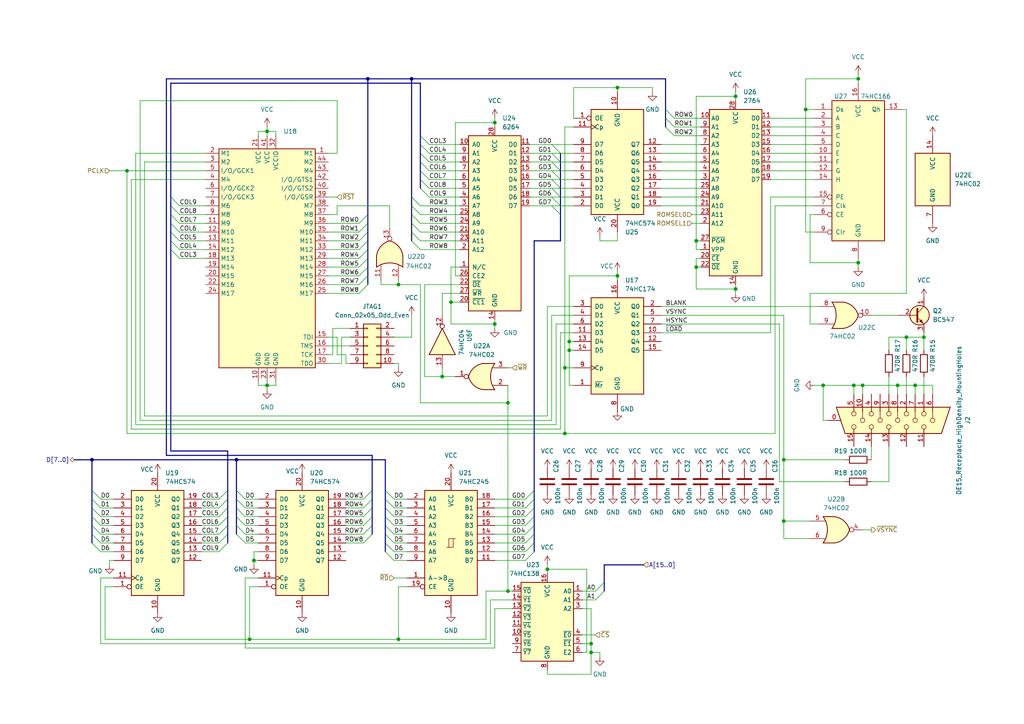
<source format=kicad_sch>
(kicad_sch (version 20231120) (generator "eeschema") (generator_version "8.0")
  (paper "A4")
  (junction (at 147.32 171.45))
  (junction (at 262.89 97.79))
  (junction (at 213.36 83.82))
  (junction (at 72.39 185.42))
  (junction (at 260.35 111.76))
  (junction (at 250.19 111.76))
  (junction (at 201.93 69.85))
  (junction (at 233.68 31.75))
  (junction (at 247.65 111.76))
  (junction (at 179.07 25.4))
  (junction (at 36.83 49.53))
  (junction (at 265.43 111.76))
  (junction (at 68.58 133.35))
  (junction (at 119.38 22.86))
  (junction (at 163.83 106.68))
  (junction (at 171.45 186.69))
  (junction (at 77.47 38.1))
  (junction (at 143.51 35.56))
  (junction (at 115.57 185.42))
  (junction (at 227.33 151.13))
  (junction (at 147.32 116.84))
  (junction (at 201.93 77.47))
  (junction (at 165.1 99.06))
  (junction (at 106.68 22.86))
  (junction (at 130.81 87.63))
  (junction (at 248.92 76.2))
  (junction (at 171.45 189.23))
  (junction (at 73.66 162.56))
  (junction (at 158.75 165.1))
  (junction (at 163.83 125.73))
  (junction (at 267.97 97.79))
  (junction (at 128.27 109.22))
  (junction (at 179.07 80.01))
  (junction (at 115.57 82.55))
  (junction (at 213.36 27.94))
  (junction (at 248.92 22.86))
  (junction (at 238.76 111.76))
  (junction (at 77.47 111.76))
  (junction (at 143.51 93.98))
  (junction (at 26.67 133.35))
  (junction (at 165.1 101.6))
  (junction (at 227.33 133.35))
  (bus_entry (at 68.58 144.78) (size 2.54 2.54))
  (bus_entry (at 121.92 44.45) (size 2.54 2.54))
  (bus_entry (at 193.04 31.75) (size 2.54 2.54))
  (bus_entry (at 121.92 39.37) (size 2.54 2.54))
  (bus_entry (at 119.38 57.15) (size 2.54 2.54))
  (bus_entry (at 49.53 57.15) (size 2.54 2.54))
  (bus_entry (at 193.04 36.83) (size 2.54 2.54))
  (bus_entry (at 162.56 49.53) (size -2.54 -2.54))
  (bus_entry (at 154.94 152.4) (size -2.54 2.54))
  (bus_entry (at 111.76 152.4) (size 2.54 2.54))
  (bus_entry (at 154.94 142.24) (size -2.54 2.54))
  (bus_entry (at 49.53 59.69) (size 2.54 2.54))
  (bus_entry (at 68.58 149.86) (size 2.54 2.54))
  (bus_entry (at 162.56 44.45) (size -2.54 -2.54))
  (bus_entry (at 154.94 157.48) (size -2.54 2.54))
  (bus_entry (at 175.26 168.91) (size -2.54 2.54))
  (bus_entry (at 119.38 64.77) (size 2.54 2.54))
  (bus_entry (at 49.53 67.31) (size 2.54 2.54))
  (bus_entry (at 106.68 80.01) (size -2.54 2.54))
  (bus_entry (at 68.58 147.32) (size 2.54 2.54))
  (bus_entry (at 154.94 149.86) (size -2.54 2.54))
  (bus_entry (at 175.26 171.45) (size -2.54 2.54))
  (bus_entry (at 107.95 152.4) (size -2.54 2.54))
  (bus_entry (at 154.94 160.02) (size -2.54 2.54))
  (bus_entry (at 26.67 144.78) (size 2.54 2.54))
  (bus_entry (at 68.58 152.4) (size 2.54 2.54))
  (bus_entry (at 106.68 74.93) (size -2.54 2.54))
  (bus_entry (at 49.53 62.23) (size 2.54 2.54))
  (bus_entry (at 121.92 49.53) (size 2.54 2.54))
  (bus_entry (at 111.76 160.02) (size 2.54 2.54))
  (bus_entry (at 121.92 41.91) (size 2.54 2.54))
  (bus_entry (at 49.53 64.77) (size 2.54 2.54))
  (bus_entry (at 119.38 69.85) (size 2.54 2.54))
  (bus_entry (at 162.56 52.07) (size -2.54 -2.54))
  (bus_entry (at 107.95 154.94) (size -2.54 2.54))
  (bus_entry (at 66.04 149.86) (size -2.54 2.54))
  (bus_entry (at 26.67 152.4) (size 2.54 2.54))
  (bus_entry (at 106.68 72.39) (size -2.54 2.54))
  (bus_entry (at 111.76 157.48) (size 2.54 2.54))
  (bus_entry (at 49.53 69.85) (size 2.54 2.54))
  (bus_entry (at 66.04 142.24) (size -2.54 2.54))
  (bus_entry (at 26.67 154.94) (size 2.54 2.54))
  (bus_entry (at 49.53 72.39) (size 2.54 2.54))
  (bus_entry (at 106.68 77.47) (size -2.54 2.54))
  (bus_entry (at 26.67 142.24) (size 2.54 2.54))
  (bus_entry (at 106.68 62.23) (size -2.54 2.54))
  (bus_entry (at 26.67 147.32) (size 2.54 2.54))
  (bus_entry (at 119.38 59.69) (size 2.54 2.54))
  (bus_entry (at 68.58 154.94) (size 2.54 2.54))
  (bus_entry (at 162.56 57.15) (size -2.54 -2.54))
  (bus_entry (at 154.94 144.78) (size -2.54 2.54))
  (bus_entry (at 193.04 34.29) (size 2.54 2.54))
  (bus_entry (at 111.76 144.78) (size 2.54 2.54))
  (bus_entry (at 66.04 144.78) (size -2.54 2.54))
  (bus_entry (at 111.76 142.24) (size 2.54 2.54))
  (bus_entry (at 107.95 144.78) (size -2.54 2.54))
  (bus_entry (at 121.92 52.07) (size 2.54 2.54))
  (bus_entry (at 26.67 157.48) (size 2.54 2.54))
  (bus_entry (at 107.95 142.24) (size -2.54 2.54))
  (bus_entry (at 111.76 154.94) (size 2.54 2.54))
  (bus_entry (at 107.95 149.86) (size -2.54 2.54))
  (bus_entry (at 162.56 59.69) (size -2.54 -2.54))
  (bus_entry (at 66.04 152.4) (size -2.54 2.54))
  (bus_entry (at 111.76 147.32) (size 2.54 2.54))
  (bus_entry (at 119.38 67.31) (size 2.54 2.54))
  (bus_entry (at 66.04 147.32) (size -2.54 2.54))
  (bus_entry (at 121.92 54.61) (size 2.54 2.54))
  (bus_entry (at 162.56 54.61) (size -2.54 -2.54))
  (bus_entry (at 111.76 149.86) (size 2.54 2.54))
  (bus_entry (at 26.67 149.86) (size 2.54 2.54))
  (bus_entry (at 162.56 46.99) (size -2.54 -2.54))
  (bus_entry (at 66.04 154.94) (size -2.54 2.54))
  (bus_entry (at 106.68 82.55) (size -2.54 2.54))
  (bus_entry (at 106.68 69.85) (size -2.54 2.54))
  (bus_entry (at 121.92 46.99) (size 2.54 2.54))
  (bus_entry (at 162.56 62.23) (size -2.54 -2.54))
  (bus_entry (at 106.68 67.31) (size -2.54 2.54))
  (bus_entry (at 68.58 142.24) (size 2.54 2.54))
  (bus_entry (at 107.95 147.32) (size -2.54 2.54))
  (bus_entry (at 106.68 64.77) (size -2.54 2.54))
  (bus_entry (at 66.04 157.48) (size -2.54 2.54))
  (bus_entry (at 154.94 147.32) (size -2.54 2.54))
  (bus_entry (at 154.94 154.94) (size -2.54 2.54))
  (bus_entry (at 119.38 62.23) (size 2.54 2.54))
  (bus (pts (xy 162.56 59.69) (xy 162.56 62.23)))
  (wire (pts (xy 203.2 72.39) (xy 201.93 72.39)))
  (wire (pts (xy 97.79 44.45) (xy 97.79 29.21)))
  (wire (pts (xy 124.46 52.07) (xy 133.35 52.07)))
  (bus (pts (xy 66.04 154.94) (xy 66.04 152.4)))
  (wire (pts (xy 100.33 105.41) (xy 101.6 105.41)))
  (wire (pts (xy 165.1 101.6) (xy 166.37 101.6)))
  (wire (pts (xy 97.79 59.69) (xy 113.03 59.69)))
  (wire (pts (xy 163.83 106.68) (xy 163.83 36.83)))
  (bus (pts (xy 107.95 142.24) (xy 107.95 144.78)))
  (bus (pts (xy 26.67 144.78) (xy 26.67 147.32)))
  (wire (pts (xy 162.56 49.53) (xy 166.37 49.53)))
  (wire (pts (xy 95.25 80.01) (xy 104.14 80.01)))
  (bus (pts (xy 193.04 34.29) (xy 193.04 36.83)))
  (bus (pts (xy 26.67 147.32) (xy 26.67 149.86)))
  (wire (pts (xy 99.06 97.79) (xy 101.6 97.79)))
  (wire (pts (xy 171.45 186.69) (xy 171.45 176.53)))
  (wire (pts (xy 74.93 111.76) (xy 77.47 111.76)))
  (wire (pts (xy 201.93 27.94) (xy 213.36 27.94)))
  (wire (pts (xy 160.02 44.45) (xy 162.56 44.45)))
  (wire (pts (xy 148.59 171.45) (xy 147.32 171.45)))
  (wire (pts (xy 267.97 101.6) (xy 267.97 97.79)))
  (wire (pts (xy 40.64 29.21) (xy 40.64 121.92)))
  (wire (pts (xy 29.21 152.4) (xy 33.02 152.4)))
  (bus (pts (xy 119.38 64.77) (xy 119.38 67.31)))
  (wire (pts (xy 39.37 123.19) (xy 161.29 123.19)))
  (bus (pts (xy 26.67 149.86) (xy 26.67 152.4)))
  (wire (pts (xy 100.33 102.87) (xy 100.33 105.41)))
  (wire (pts (xy 58.42 152.4) (xy 63.5 152.4)))
  (wire (pts (xy 132.08 109.22) (xy 128.27 109.22)))
  (bus (pts (xy 106.68 22.86) (xy 48.26 22.86)))
  (bus (pts (xy 49.53 130.81) (xy 49.53 72.39)))
  (wire (pts (xy 158.75 194.31) (xy 158.75 195.58)))
  (wire (pts (xy 203.2 69.85) (xy 201.93 69.85)))
  (wire (pts (xy 97.79 62.23) (xy 97.79 59.69)))
  (wire (pts (xy 233.68 22.86) (xy 233.68 31.75)))
  (bus (pts (xy 119.38 57.15) (xy 119.38 59.69)))
  (bus (pts (xy 49.53 57.15) (xy 49.53 59.69)))
  (wire (pts (xy 71.12 157.48) (xy 74.93 157.48)))
  (wire (pts (xy 158.75 163.83) (xy 158.75 165.1)))
  (wire (pts (xy 270.51 114.3) (xy 270.51 111.76)))
  (wire (pts (xy 115.57 82.55) (xy 115.57 81.28)))
  (wire (pts (xy 200.66 62.23) (xy 203.2 62.23)))
  (wire (pts (xy 36.83 125.73) (xy 163.83 125.73)))
  (wire (pts (xy 121.92 72.39) (xy 133.35 72.39)))
  (bus (pts (xy 66.04 144.78) (xy 66.04 142.24)))
  (wire (pts (xy 195.58 39.37) (xy 203.2 39.37)))
  (wire (pts (xy 267.97 96.52) (xy 267.97 97.79)))
  (wire (pts (xy 172.72 184.15) (xy 168.91 184.15)))
  (wire (pts (xy 95.25 67.31) (xy 104.14 67.31)))
  (bus (pts (xy 162.56 49.53) (xy 162.56 52.07)))
  (wire (pts (xy 99.06 105.41) (xy 99.06 97.79)))
  (wire (pts (xy 248.92 76.2) (xy 234.95 76.2)))
  (wire (pts (xy 132.08 35.56) (xy 132.08 80.01)))
  (wire (pts (xy 223.52 52.07) (xy 236.22 52.07)))
  (wire (pts (xy 236.22 67.31) (xy 233.68 67.31)))
  (wire (pts (xy 160.02 49.53) (xy 162.56 49.53)))
  (bus (pts (xy 121.92 39.37) (xy 121.92 41.91)))
  (wire (pts (xy 162.56 54.61) (xy 166.37 54.61)))
  (bus (pts (xy 119.38 59.69) (xy 119.38 62.23)))
  (wire (pts (xy 73.66 162.56) (xy 74.93 162.56)))
  (wire (pts (xy 143.51 144.78) (xy 152.4 144.78)))
  (bus (pts (xy 66.04 147.32) (xy 66.04 144.78)))
  (wire (pts (xy 234.95 85.09) (xy 234.95 93.98)))
  (wire (pts (xy 71.12 147.32) (xy 74.93 147.32)))
  (bus (pts (xy 106.68 22.86) (xy 106.68 62.23)))
  (bus (pts (xy 68.58 133.35) (xy 68.58 142.24)))
  (wire (pts (xy 124.46 49.53) (xy 133.35 49.53)))
  (wire (pts (xy 168.91 173.99) (xy 172.72 173.99)))
  (wire (pts (xy 195.58 34.29) (xy 203.2 34.29)))
  (bus (pts (xy 162.56 46.99) (xy 162.56 49.53)))
  (wire (pts (xy 72.39 170.18) (xy 72.39 185.42)))
  (bus (pts (xy 26.67 142.24) (xy 26.67 144.78)))
  (wire (pts (xy 173.99 189.23) (xy 173.99 190.5)))
  (wire (pts (xy 29.21 144.78) (xy 33.02 144.78)))
  (wire (pts (xy 95.25 82.55) (xy 104.14 82.55)))
  (bus (pts (xy 175.26 163.83) (xy 186.69 163.83)))
  (wire (pts (xy 132.08 35.56) (xy 143.51 35.56)))
  (wire (pts (xy 248.92 76.2) (xy 248.92 74.93)))
  (wire (pts (xy 143.51 154.94) (xy 152.4 154.94)))
  (wire (pts (xy 168.91 171.45) (xy 172.72 171.45)))
  (wire (pts (xy 153.67 41.91) (xy 160.02 41.91)))
  (bus (pts (xy 119.38 62.23) (xy 119.38 64.77)))
  (bus (pts (xy 175.26 171.45) (xy 175.26 168.91)))
  (wire (pts (xy 114.3 147.32) (xy 118.11 147.32)))
  (bus (pts (xy 66.04 157.48) (xy 66.04 154.94)))
  (wire (pts (xy 171.45 176.53) (xy 168.91 176.53)))
  (wire (pts (xy 123.19 109.22) (xy 123.19 82.55)))
  (wire (pts (xy 52.07 64.77) (xy 59.69 64.77)))
  (bus (pts (xy 68.58 133.35) (xy 111.76 133.35)))
  (wire (pts (xy 213.36 26.67) (xy 213.36 27.94)))
  (wire (pts (xy 162.56 44.45) (xy 166.37 44.45)))
  (wire (pts (xy 100.33 147.32) (xy 105.41 147.32)))
  (wire (pts (xy 29.21 167.64) (xy 33.02 167.64)))
  (bus (pts (xy 162.56 52.07) (xy 162.56 54.61)))
  (wire (pts (xy 153.67 57.15) (xy 160.02 57.15)))
  (wire (pts (xy 257.81 97.79) (xy 262.89 97.79)))
  (wire (pts (xy 262.89 97.79) (xy 262.89 101.6)))
  (bus (pts (xy 121.92 52.07) (xy 121.92 54.61)))
  (wire (pts (xy 52.07 72.39) (xy 59.69 72.39)))
  (wire (pts (xy 147.32 116.84) (xy 147.32 111.76)))
  (wire (pts (xy 74.93 170.18) (xy 72.39 170.18)))
  (wire (pts (xy 179.07 78.74) (xy 179.07 80.01)))
  (wire (pts (xy 248.92 22.86) (xy 248.92 24.13)))
  (wire (pts (xy 227.33 151.13) (xy 227.33 156.21)))
  (wire (pts (xy 115.57 82.55) (xy 121.92 82.55)))
  (wire (pts (xy 30.48 170.18) (xy 30.48 185.42)))
  (wire (pts (xy 33.02 170.18) (xy 30.48 170.18)))
  (wire (pts (xy 142.24 173.99) (xy 142.24 186.69)))
  (wire (pts (xy 58.42 154.94) (xy 63.5 154.94)))
  (bus (pts (xy 106.68 62.23) (xy 106.68 64.77)))
  (wire (pts (xy 147.32 171.45) (xy 147.32 116.84)))
  (wire (pts (xy 58.42 147.32) (xy 63.5 147.32)))
  (wire (pts (xy 170.18 189.23) (xy 168.91 189.23)))
  (wire (pts (xy 262.89 31.75) (xy 261.62 31.75)))
  (wire (pts (xy 38.1 52.07) (xy 38.1 124.46)))
  (wire (pts (xy 270.51 111.76) (xy 265.43 111.76)))
  (wire (pts (xy 233.68 31.75) (xy 233.68 67.31)))
  (wire (pts (xy 195.58 36.83) (xy 203.2 36.83)))
  (wire (pts (xy 143.51 152.4) (xy 152.4 152.4)))
  (wire (pts (xy 128.27 91.44) (xy 128.27 85.09)))
  (wire (pts (xy 97.79 102.87) (xy 100.33 102.87)))
  (wire (pts (xy 73.66 160.02) (xy 73.66 162.56)))
  (bus (pts (xy 107.95 132.08) (xy 107.95 142.24)))
  (wire (pts (xy 179.07 25.4) (xy 189.23 25.4)))
  (wire (pts (xy 171.45 189.23) (xy 171.45 186.69)))
  (wire (pts (xy 213.36 83.82) (xy 201.93 83.82)))
  (wire (pts (xy 252.73 91.44) (xy 260.35 91.44)))
  (wire (pts (xy 191.77 59.69) (xy 203.2 59.69)))
  (bus (pts (xy 49.53 62.23) (xy 49.53 64.77)))
  (wire (pts (xy 267.97 109.22) (xy 267.97 114.3)))
  (wire (pts (xy 52.07 59.69) (xy 59.69 59.69)))
  (bus (pts (xy 48.26 22.86) (xy 48.26 132.08)))
  (bus (pts (xy 121.92 46.99) (xy 121.92 49.53)))
  (wire (pts (xy 233.68 31.75) (xy 236.22 31.75)))
  (wire (pts (xy 153.67 44.45) (xy 160.02 44.45)))
  (wire (pts (xy 40.64 121.92) (xy 160.02 121.92)))
  (bus (pts (xy 121.92 24.13) (xy 49.53 24.13)))
  (wire (pts (xy 36.83 49.53) (xy 36.83 125.73)))
  (wire (pts (xy 166.37 25.4) (xy 179.07 25.4)))
  (bus (pts (xy 106.68 80.01) (xy 106.68 82.55)))
  (wire (pts (xy 163.83 36.83) (xy 166.37 36.83)))
  (wire (pts (xy 74.93 38.1) (xy 77.47 38.1)))
  (wire (pts (xy 147.32 106.68) (xy 148.59 106.68)))
  (wire (pts (xy 97.79 57.15) (xy 95.25 57.15)))
  (wire (pts (xy 162.56 46.99) (xy 166.37 46.99)))
  (bus (pts (xy 107.95 144.78) (xy 107.95 147.32)))
  (wire (pts (xy 160.02 91.44) (xy 166.37 91.44)))
  (bus (pts (xy 111.76 157.48) (xy 111.76 160.02)))
  (wire (pts (xy 95.25 100.33) (xy 101.6 100.33)))
  (wire (pts (xy 114.3 167.64) (xy 118.11 167.64)))
  (wire (pts (xy 71.12 149.86) (xy 74.93 149.86)))
  (bus (pts (xy 154.94 154.94) (xy 154.94 157.48)))
  (bus (pts (xy 26.67 154.94) (xy 26.67 157.48)))
  (bus (pts (xy 175.26 168.91) (xy 175.26 163.83)))
  (bus (pts (xy 111.76 147.32) (xy 111.76 149.86)))
  (wire (pts (xy 234.95 93.98) (xy 237.49 93.98)))
  (wire (pts (xy 74.93 160.02) (xy 73.66 160.02)))
  (wire (pts (xy 257.81 109.22) (xy 257.81 114.3)))
  (bus (pts (xy 111.76 144.78) (xy 111.76 147.32)))
  (wire (pts (xy 143.51 149.86) (xy 152.4 149.86)))
  (wire (pts (xy 52.07 74.93) (xy 59.69 74.93)))
  (bus (pts (xy 106.68 77.47) (xy 106.68 80.01)))
  (wire (pts (xy 100.33 152.4) (xy 105.41 152.4)))
  (wire (pts (xy 153.67 52.07) (xy 160.02 52.07)))
  (wire (pts (xy 245.11 139.7) (xy 226.06 139.7)))
  (wire (pts (xy 121.92 59.69) (xy 133.35 59.69)))
  (bus (pts (xy 66.04 149.86) (xy 66.04 147.32)))
  (wire (pts (xy 250.19 114.3) (xy 250.19 111.76)))
  (wire (pts (xy 191.77 49.53) (xy 203.2 49.53)))
  (wire (pts (xy 100.33 144.78) (xy 105.41 144.78)))
  (wire (pts (xy 223.52 34.29) (xy 236.22 34.29)))
  (bus (pts (xy 107.95 147.32) (xy 107.95 149.86)))
  (bus (pts (xy 21.59 133.35) (xy 26.67 133.35)))
  (bus (pts (xy 119.38 67.31) (xy 119.38 69.85)))
  (wire (pts (xy 95.25 85.09) (xy 104.14 85.09)))
  (wire (pts (xy 163.83 106.68) (xy 166.37 106.68)))
  (wire (pts (xy 203.2 74.93) (xy 201.93 74.93)))
  (wire (pts (xy 119.38 97.79) (xy 119.38 91.44)))
  (wire (pts (xy 110.49 81.28) (xy 110.49 82.55)))
  (wire (pts (xy 224.79 59.69) (xy 236.22 59.69)))
  (bus (pts (xy 119.38 22.86) (xy 119.38 57.15)))
  (wire (pts (xy 95.25 69.85) (xy 104.14 69.85)))
  (wire (pts (xy 191.77 41.91) (xy 203.2 41.91)))
  (wire (pts (xy 162.56 124.46) (xy 162.56 96.52)))
  (wire (pts (xy 124.46 41.91) (xy 133.35 41.91)))
  (wire (pts (xy 179.07 80.01) (xy 179.07 81.28)))
  (wire (pts (xy 121.92 64.77) (xy 133.35 64.77)))
  (wire (pts (xy 163.83 125.73) (xy 224.79 125.73)))
  (bus (pts (xy 193.04 22.86) (xy 193.04 31.75)))
  (wire (pts (xy 165.1 99.06) (xy 166.37 99.06)))
  (wire (pts (xy 96.52 95.25) (xy 101.6 95.25)))
  (bus (pts (xy 154.94 157.48) (xy 154.94 160.02)))
  (wire (pts (xy 191.77 46.99) (xy 203.2 46.99)))
  (wire (pts (xy 153.67 54.61) (xy 160.02 54.61)))
  (bus (pts (xy 66.04 152.4) (xy 66.04 149.86)))
  (wire (pts (xy 123.19 82.55) (xy 133.35 82.55)))
  (wire (pts (xy 250.19 111.76) (xy 247.65 111.76)))
  (wire (pts (xy 238.76 111.76) (xy 238.76 121.92)))
  (wire (pts (xy 179.07 80.01) (xy 165.1 80.01)))
  (wire (pts (xy 163.83 106.68) (xy 163.83 125.73)))
  (wire (pts (xy 115.57 185.42) (xy 115.57 170.18)))
  (wire (pts (xy 71.12 167.64) (xy 74.93 167.64)))
  (bus (pts (xy 106.68 69.85) (xy 106.68 72.39)))
  (bus (pts (xy 111.76 149.86) (xy 111.76 152.4)))
  (wire (pts (xy 262.89 31.75) (xy 262.89 85.09)))
  (bus (pts (xy 154.94 147.32) (xy 154.94 149.86)))
  (wire (pts (xy 29.21 186.69) (xy 29.21 167.64)))
  (wire (pts (xy 124.46 54.61) (xy 133.35 54.61)))
  (wire (pts (xy 143.51 187.96) (xy 71.12 187.96)))
  (bus (pts (xy 162.56 44.45) (xy 162.56 46.99)))
  (wire (pts (xy 160.02 121.92) (xy 160.02 91.44)))
  (wire (pts (xy 148.59 173.99) (xy 142.24 173.99)))
  (wire (pts (xy 128.27 109.22) (xy 128.27 106.68)))
  (wire (pts (xy 223.52 44.45) (xy 236.22 44.45)))
  (wire (pts (xy 191.77 44.45) (xy 203.2 44.45)))
  (wire (pts (xy 227.33 91.44) (xy 227.33 133.35)))
  (wire (pts (xy 143.51 95.25) (xy 143.51 93.98)))
  (wire (pts (xy 38.1 124.46) (xy 162.56 124.46)))
  (wire (pts (xy 71.12 187.96) (xy 71.12 167.64)))
  (wire (pts (xy 29.21 160.02) (xy 33.02 160.02)))
  (wire (pts (xy 95.25 64.77) (xy 104.14 64.77)))
  (wire (pts (xy 143.51 162.56) (xy 152.4 162.56)))
  (wire (pts (xy 124.46 46.99) (xy 133.35 46.99)))
  (wire (pts (xy 59.69 46.99) (xy 41.91 46.99)))
  (bus (pts (xy 154.94 142.24) (xy 154.94 144.78)))
  (wire (pts (xy 201.93 77.47) (xy 203.2 77.47)))
  (bus (pts (xy 68.58 142.24) (xy 68.58 144.78)))
  (wire (pts (xy 158.75 120.65) (xy 158.75 88.9)))
  (wire (pts (xy 95.25 74.93) (xy 104.14 74.93)))
  (wire (pts (xy 95.25 102.87) (xy 96.52 102.87)))
  (wire (pts (xy 160.02 52.07) (xy 162.56 52.07)))
  (wire (pts (xy 130.81 93.98) (xy 130.81 87.63)))
  (wire (pts (xy 166.37 34.29) (xy 166.37 25.4)))
  (wire (pts (xy 143.51 160.02) (xy 152.4 160.02)))
  (wire (pts (xy 223.52 36.83) (xy 236.22 36.83)))
  (wire (pts (xy 77.47 38.1) (xy 77.47 36.83)))
  (wire (pts (xy 72.39 185.42) (xy 115.57 185.42)))
  (wire (pts (xy 179.07 25.4) (xy 179.07 26.67)))
  (wire (pts (xy 128.27 85.09) (xy 133.35 85.09)))
  (wire (pts (xy 114.3 97.79) (xy 119.38 97.79)))
  (bus (pts (xy 68.58 149.86) (xy 68.58 152.4)))
  (wire (pts (xy 71.12 144.78) (xy 74.93 144.78)))
  (wire (pts (xy 31.75 163.83) (xy 31.75 162.56)))
  (wire (pts (xy 31.75 162.56) (xy 33.02 162.56)))
  (bus (pts (xy 49.53 24.13) (xy 49.53 57.15)))
  (wire (pts (xy 121.92 62.23) (xy 133.35 62.23)))
  (wire (pts (xy 143.51 93.98) (xy 143.51 92.71)))
  (wire (pts (xy 191.77 88.9) (xy 237.49 88.9)))
  (wire (pts (xy 248.92 22.86) (xy 233.68 22.86)))
  (wire (pts (xy 113.03 59.69) (xy 113.03 66.04)))
  (wire (pts (xy 114.3 149.86) (xy 118.11 149.86)))
  (bus (pts (xy 121.92 41.91) (xy 121.92 44.45)))
  (wire (pts (xy 165.1 101.6) (xy 165.1 111.76)))
  (wire (pts (xy 201.93 74.93) (xy 201.93 77.47)))
  (wire (pts (xy 140.97 171.45) (xy 140.97 185.42)))
  (bus (pts (xy 26.67 152.4) (xy 26.67 154.94)))
  (bus (pts (xy 111.76 152.4) (xy 111.76 154.94)))
  (bus (pts (xy 111.76 133.35) (xy 111.76 142.24)))
  (wire (pts (xy 41.91 120.65) (xy 158.75 120.65)))
  (bus (pts (xy 26.67 133.35) (xy 68.58 133.35)))
  (wire (pts (xy 257.81 101.6) (xy 257.81 97.79)))
  (bus (pts (xy 154.94 144.78) (xy 154.94 147.32)))
  (wire (pts (xy 52.07 67.31) (xy 59.69 67.31)))
  (wire (pts (xy 213.36 27.94) (xy 213.36 29.21)))
  (wire (pts (xy 115.57 170.18) (xy 118.11 170.18)))
  (wire (pts (xy 114.3 154.94) (xy 118.11 154.94)))
  (wire (pts (xy 121.92 67.31) (xy 133.35 67.31)))
  (bus (pts (xy 68.58 147.32) (xy 68.58 149.86)))
  (wire (pts (xy 189.23 25.4) (xy 189.23 26.67)))
  (bus (pts (xy 68.58 152.4) (xy 68.58 154.94)))
  (wire (pts (xy 29.21 157.48) (xy 33.02 157.48)))
  (wire (pts (xy 158.75 165.1) (xy 158.75 166.37)))
  (wire (pts (xy 59.69 44.45) (xy 39.37 44.45)))
  (bus (pts (xy 119.38 22.86) (xy 106.68 22.86)))
  (wire (pts (xy 73.66 163.83) (xy 73.66 162.56)))
  (wire (pts (xy 124.46 57.15) (xy 133.35 57.15)))
  (wire (pts (xy 121.92 116.84) (xy 147.32 116.84)))
  (wire (pts (xy 52.07 69.85) (xy 59.69 69.85)))
  (wire (pts (xy 59.69 52.07) (xy 38.1 52.07)))
  (wire (pts (xy 227.33 133.35) (xy 245.11 133.35)))
  (wire (pts (xy 71.12 154.94) (xy 74.93 154.94)))
  (wire (pts (xy 29.21 149.86) (xy 33.02 149.86)))
  (wire (pts (xy 158.75 195.58) (xy 171.45 195.58)))
  (wire (pts (xy 115.57 105.41) (xy 115.57 106.68)))
  (wire (pts (xy 58.42 160.02) (xy 63.5 160.02)))
  (wire (pts (xy 95.25 72.39) (xy 104.14 72.39)))
  (wire (pts (xy 130.81 77.47) (xy 130.81 87.63)))
  (wire (pts (xy 143.51 35.56) (xy 143.51 36.83)))
  (wire (pts (xy 227.33 151.13) (xy 234.95 151.13)))
  (wire (pts (xy 114.3 152.4) (xy 118.11 152.4)))
  (bus (pts (xy 26.67 133.35) (xy 26.67 142.24)))
  (wire (pts (xy 234.95 62.23) (xy 234.95 76.2)))
  (bus (pts (xy 107.95 152.4) (xy 107.95 154.94)))
  (wire (pts (xy 143.51 34.29) (xy 143.51 35.56)))
  (wire (pts (xy 191.77 96.52) (xy 223.52 96.52)))
  (bus (pts (xy 66.04 130.81) (xy 49.53 130.81)))
  (wire (pts (xy 265.43 111.76) (xy 265.43 114.3)))
  (wire (pts (xy 95.25 97.79) (xy 97.79 97.79)))
  (wire (pts (xy 148.59 176.53) (xy 143.51 176.53)))
  (wire (pts (xy 160.02 54.61) (xy 162.56 54.61)))
  (wire (pts (xy 179.07 69.85) (xy 179.07 67.31)))
  (bus (pts (xy 49.53 67.31) (xy 49.53 69.85)))
  (wire (pts (xy 74.93 39.37) (xy 74.93 38.1)))
  (wire (pts (xy 41.91 46.99) (xy 41.91 120.65)))
  (wire (pts (xy 29.21 154.94) (xy 33.02 154.94)))
  (bus (pts (xy 49.53 64.77) (xy 49.53 67.31)))
  (bus (pts (xy 154.94 69.85) (xy 162.56 69.85)))
  (wire (pts (xy 201.93 83.82) (xy 201.93 77.47)))
  (wire (pts (xy 158.75 165.1) (xy 170.18 165.1)))
  (bus (pts (xy 121.92 49.53) (xy 121.92 52.07)))
  (wire (pts (xy 238.76 111.76) (xy 236.22 111.76)))
  (wire (pts (xy 133.35 80.01) (xy 132.08 80.01)))
  (wire (pts (xy 223.52 96.52) (xy 223.52 57.15)))
  (wire (pts (xy 95.25 77.47) (xy 104.14 77.47)))
  (wire (pts (xy 140.97 185.42) (xy 115.57 185.42)))
  (wire (pts (xy 223.52 49.53) (xy 236.22 49.53)))
  (bus (pts (xy 48.26 132.08) (xy 107.95 132.08)))
  (wire (pts (xy 170.18 165.1) (xy 170.18 189.23)))
  (wire (pts (xy 171.45 189.23) (xy 173.99 189.23)))
  (wire (pts (xy 128.27 109.22) (xy 123.19 109.22)))
  (wire (pts (xy 160.02 57.15) (xy 162.56 57.15)))
  (wire (pts (xy 58.42 144.78) (xy 63.5 144.78)))
  (wire (pts (xy 223.52 57.15) (xy 236.22 57.15)))
  (wire (pts (xy 252.73 129.54) (xy 252.73 133.35)))
  (wire (pts (xy 162.56 57.15) (xy 166.37 57.15)))
  (wire (pts (xy 252.73 139.7) (xy 257.81 139.7)))
  (wire (pts (xy 160.02 46.99) (xy 162.56 46.99)))
  (wire (pts (xy 143.51 157.48) (xy 152.4 157.48)))
  (wire (pts (xy 36.83 49.53) (xy 59.69 49.53)))
  (wire (pts (xy 143.51 147.32) (xy 152.4 147.32)))
  (wire (pts (xy 165.1 80.01) (xy 165.1 99.06)))
  (wire (pts (xy 162.56 59.69) (xy 166.37 59.69)))
  (wire (pts (xy 153.67 46.99) (xy 160.02 46.99)))
  (wire (pts (xy 226.06 139.7) (xy 226.06 93.98)))
  (wire (pts (xy 247.65 111.76) (xy 238.76 111.76)))
  (bus (pts (xy 121.92 44.45) (xy 121.92 46.99)))
  (wire (pts (xy 58.42 149.86) (xy 63.5 149.86)))
  (wire (pts (xy 124.46 44.45) (xy 133.35 44.45)))
  (wire (pts (xy 80.01 111.76) (xy 77.47 111.76)))
  (wire (pts (xy 260.35 111.76) (xy 260.35 114.3)))
  (wire (pts (xy 142.24 186.69) (xy 29.21 186.69)))
  (wire (pts (xy 201.93 72.39) (xy 201.93 69.85)))
  (wire (pts (xy 77.47 111.76) (xy 77.47 113.03)))
  (bus (pts (xy 49.53 69.85) (xy 49.53 72.39)))
  (wire (pts (xy 100.33 157.48) (xy 105.41 157.48)))
  (bus (pts (xy 154.94 149.86) (xy 154.94 152.4)))
  (bus (pts (xy 106.68 64.77) (xy 106.68 67.31)))
  (wire (pts (xy 114.3 144.78) (xy 118.11 144.78)))
  (wire (pts (xy 114.3 105.41) (xy 115.57 105.41)))
  (wire (pts (xy 267.97 97.79) (xy 262.89 97.79)))
  (wire (pts (xy 97.79 29.21) (xy 40.64 29.21)))
  (wire (pts (xy 162.56 96.52) (xy 166.37 96.52)))
  (wire (pts (xy 71.12 152.4) (xy 74.93 152.4)))
  (wire (pts (xy 30.48 185.42) (xy 72.39 185.42)))
  (wire (pts (xy 153.67 49.53) (xy 160.02 49.53)))
  (wire (pts (xy 162.56 52.07) (xy 166.37 52.07)))
  (wire (pts (xy 223.52 46.99) (xy 236.22 46.99)))
  (bus (pts (xy 162.56 54.61) (xy 162.56 57.15)))
  (wire (pts (xy 110.49 82.55) (xy 115.57 82.55)))
  (wire (pts (xy 213.36 82.55) (xy 213.36 83.82)))
  (wire (pts (xy 213.36 83.82) (xy 213.36 85.09)))
  (wire (pts (xy 52.07 62.23) (xy 59.69 62.23)))
  (wire (pts (xy 74.93 110.49) (xy 74.93 111.76)))
  (wire (pts (xy 140.97 171.45) (xy 147.32 171.45)))
  (wire (pts (xy 223.52 39.37) (xy 236.22 39.37)))
  (bus (pts (xy 154.94 152.4) (xy 154.94 154.94)))
  (wire (pts (xy 77.47 110.49) (xy 77.47 111.76)))
  (wire (pts (xy 158.75 88.9) (xy 166.37 88.9)))
  (wire (pts (xy 80.01 110.49) (xy 80.01 111.76)))
  (bus (pts (xy 111.76 154.94) (xy 111.76 157.48)))
  (wire (pts (xy 252.73 153.67) (xy 250.19 153.67)))
  (wire (pts (xy 161.29 123.19) (xy 161.29 93.98)))
  (bus (pts (xy 106.68 74.93) (xy 106.68 77.47)))
  (wire (pts (xy 121.92 116.84) (xy 121.92 82.55)))
  (wire (pts (xy 143.51 176.53) (xy 143.51 187.96)))
  (wire (pts (xy 226.06 93.98) (xy 191.77 93.98)))
  (wire (pts (xy 95.25 105.41) (xy 99.06 105.41)))
  (wire (pts (xy 80.01 38.1) (xy 77.47 38.1)))
  (bus (pts (xy 119.38 22.86) (xy 193.04 22.86)))
  (bus (pts (xy 49.53 59.69) (xy 49.53 62.23)))
  (bus (pts (xy 68.58 144.78) (xy 68.58 147.32)))
  (wire (pts (xy 171.45 186.69) (xy 168.91 186.69)))
  (wire (pts (xy 262.89 85.09) (xy 234.95 85.09)))
  (wire (pts (xy 173.99 69.85) (xy 179.07 69.85)))
  (wire (pts (xy 173.99 68.58) (xy 173.99 69.85)))
  (wire (pts (xy 223.52 41.91) (xy 236.22 41.91)))
  (wire (pts (xy 224.79 125.73) (xy 224.79 59.69)))
  (wire (pts (xy 191.77 54.61) (xy 203.2 54.61)))
  (wire (pts (xy 160.02 59.69) (xy 162.56 59.69)))
  (wire (pts (xy 29.21 147.32) (xy 33.02 147.32)))
  (wire (pts (xy 240.03 121.92) (xy 238.76 121.92)))
  (wire (pts (xy 265.43 111.76) (xy 260.35 111.76)))
  (wire (pts (xy 39.37 44.45) (xy 39.37 123.19)))
  (wire (pts (xy 143.51 93.98) (xy 130.81 93.98)))
  (wire (pts (xy 248.92 21.59) (xy 248.92 22.86)))
  (wire (pts (xy 165.1 99.06) (xy 165.1 101.6)))
  (wire (pts (xy 248.92 77.47) (xy 248.92 76.2)))
  (wire (pts (xy 171.45 195.58) (xy 171.45 189.23)))
  (wire (pts (xy 80.01 39.37) (xy 80.01 38.1)))
  (wire (pts (xy 160.02 41.91) (xy 166.37 41.91)))
  (bus (pts (xy 107.95 149.86) (xy 107.95 152.4)))
  (bus (pts (xy 121.92 24.13) (xy 121.92 39.37)))
  (wire (pts (xy 247.65 114.3) (xy 247.65 111.76)))
  (wire (pts (xy 133.35 77.47) (xy 130.81 77.47)))
  (wire (pts (xy 257.81 129.54) (xy 257.81 139.7)))
  (wire (pts (xy 77.47 38.1) (xy 77.47 39.37)))
  (wire (pts (xy 191.77 91.44) (xy 227.33 91.44)))
  (wire (pts (xy 227.33 156.21) (xy 234.95 156.21)))
  (wire (pts (xy 201.93 69.85) (xy 201.93 27.94)))
  (wire (pts (xy 114.3 160.02) (xy 118.11 160.02)))
  (wire (pts (xy 100.33 149.86) (xy 105.41 149.86)))
  (wire (pts (xy 234.95 62.23) (xy 236.22 62.23)))
  (wire (pts (xy 200.66 64.77) (xy 203.2 64.77)))
  (bus (pts (xy 162.56 62.23) (xy 162.56 69.85)))
  (wire (pts (xy 100.33 154.94) (xy 105.41 154.94)))
  (wire (pts (xy 95.25 62.23) (xy 97.79 62.23)))
  (wire (pts (xy 95.25 44.45) (xy 97.79 44.45)))
  (wire (pts (xy 130.81 87.63) (xy 133.35 87.63)))
  (wire (pts (xy 227.33 133.35) (xy 227.33 151.13)))
  (wire (pts (xy 262.89 109.22) (xy 262.89 114.3)))
  (wire (pts (xy 191.77 57.15) (xy 203.2 57.15)))
  (wire (pts (xy 31.75 49.53) (xy 36.83 49.53)))
  (wire (pts (xy 165.1 111.76) (xy 166.37 111.76)))
  (bus (pts (xy 193.04 31.75) (xy 193.04 34.29)))
  (wire (pts (xy 97.79 97.79) (xy 97.79 102.87)))
  (bus (pts (xy 162.56 57.15) (xy 162.56 59.69)))
  (bus (pts (xy 66.04 142.24) (xy 66.04 130.81)))
  (wire (pts (xy 121.92 69.85) (xy 133.35 69.85)))
  (wire (pts (xy 153.67 59.69) (xy 160.02 59.69)))
  (wire (pts (xy 96.52 102.87) (xy 96.52 95.25)))
  (wire (pts (xy 161.29 93.98) (xy 166.37 93.98)))
  (wire (pts (xy 114.3 162.56) (xy 118.11 162.56)))
  (bus (pts (xy 111.76 142.24) (xy 111.76 144.78)))
  (bus (pts (xy 106.68 72.39) (xy 106.68 74.93)))
  (bus (pts (xy 106.68 67.31) (xy 106.68 69.85)))
  (bus (pts (xy 154.94 69.85) (xy 154.94 142.24)))
  (wire (pts (xy 260.35 111.76) (xy 250.19 111.76)))
  (wire (pts (xy 114.3 157.48) (xy 118.11 157.48)))
  (wire (pts (xy 191.77 52.07) (xy 203.2 52.07)))
  (wire (pts (xy 58.42 157.48) (xy 63.5 157.48)))
  (label "ROW1" (at 104.14 67.31 180))
  (label "D4" (at 114.3 154.94 0))
  (label "ROW6" (at 124.46 67.31 0))
  (label "COL8" (at 63.5 157.48 180))
  (label "D6" (at 114.3 160.02 0))
  (label "COL7" (at 124.46 52.07 0))
  (label "COL6" (at 52.07 67.31 0))
  (label "ROW4" (at 124.46 62.23 0))
  (label "COL6" (at 63.5 152.4 180))
  (label "VSYNC" (at 193.04 91.44 0))
  (label "ROW0" (at 104.14 64.77 180))
  (label "COL5" (at 63.5 149.86 180))
  (label "COL4" (at 124.46 44.45 0))
  (label "COL3" (at 124.46 41.91 0))
  (label "COL7" (at 63.5 154.94 180))
  (label "ROW0" (at 195.58 34.29 0))
  (label "D2" (at 29.21 149.86 0))
  (label "HSYNC" (at 193.04 93.98 0))
  (label "COL6" (at 124.46 49.53 0))
  (label "GD7" (at 152.4 162.56 180))
  (label "D2" (at 71.12 149.86 0))
  (label "D3" (at 71.12 152.4 0))
  (label "GD2" (at 160.02 46.99 180))
  (label "COL9" (at 124.46 57.15 0))
  (label "COL4" (at 52.07 72.39 0))
  (label "COL5" (at 124.46 46.99 0))
  (label "ROW3" (at 105.41 144.78 180))
  (label "COL3" (at 63.5 144.78 180))
  (label "GD2" (at 152.4 149.86 180))
  (label "GD1" (at 160.02 44.45 180))
  (label "COL9" (at 52.07 59.69 0))
  (label "D3" (at 29.21 152.4 0))
  (label "COL4" (at 63.5 147.32 180))
  (label "ROW3" (at 104.14 72.39 180))
  (label "GD3" (at 152.4 152.4 180))
  (label "ROW5" (at 104.14 77.47 180))
  (label "GD5" (at 152.4 157.48 180))
  (label "D5" (at 114.3 157.48 0))
  (label "GD3" (at 160.02 49.53 180))
  (label "ROW6" (at 105.41 152.4 180))
  (label "D0" (at 114.3 144.78 0))
  (label "COL5" (at 52.07 69.85 0))
  (label "D5" (at 29.21 157.48 0))
  (label "COL3" (at 52.07 74.93 0))
  (label "BLANK" (at 193.04 88.9 0))
  (label "GD5" (at 160.02 54.61 180))
  (label "COL8" (at 52.07 62.23 0))
  (label "ROW4" (at 105.41 147.32 180))
  (label "ROW2" (at 104.14 69.85 180))
  (label "D4" (at 29.21 154.94 0))
  (label "ROW2" (at 195.58 39.37 0))
  (label "COL8" (at 124.46 54.61 0))
  (label "ROW3" (at 124.46 59.69 0))
  (label "D1" (at 71.12 147.32 0))
  (label "A0" (at 172.72 171.45 180))
  (label "COL9" (at 63.5 160.02 180))
  (label "D0" (at 29.21 144.78 0))
  (label "ROW7" (at 104.14 82.55 180))
  (label "ROW7" (at 124.46 69.85 0))
  (label "GD6" (at 152.4 160.02 180))
  (label "ROW4" (at 104.14 74.93 180))
  (label "D6" (at 29.21 160.02 0))
  (label "GD6" (at 160.02 57.15 180))
  (label "D5" (at 71.12 157.48 0))
  (label "~{LOAD}" (at 193.04 96.52 0))
  (label "GD7" (at 160.02 59.69 180))
  (label "GD4" (at 160.02 52.07 180))
  (label "D7" (at 114.3 162.56 0))
  (label "ROW8" (at 104.14 85.09 180))
  (label "D3" (at 114.3 152.4 0))
  (label "ROW7" (at 105.41 154.94 180))
  (label "ROW6" (at 104.14 80.01 180))
  (label "ROW1" (at 195.58 36.83 0))
  (label "A1" (at 172.72 173.99 180))
  (label "GD0" (at 152.4 144.78 180))
  (label "GD4" (at 152.4 154.94 180))
  (label "ROW8" (at 105.41 157.48 180))
  (label "D2" (at 114.3 149.86 0))
  (label "GD0" (at 160.02 41.91 180))
  (label "ROW5" (at 124.46 64.77 0))
  (label "D0" (at 71.12 144.78 0))
  (label "D1" (at 114.3 147.32 0))
  (label "GD1" (at 152.4 147.32 180))
  (label "D1" (at 29.21 147.32 0))
  (label "ROW5" (at 105.41 149.86 180))
  (label "D4" (at 71.12 154.94 0))
  (label "ROW8" (at 124.46 72.39 0))
  (label "COL7" (at 52.07 64.77 0))
  (hierarchical_label "~{RD}" (shape input) (at 114.3 167.64 180))
  (hierarchical_label "~{VSYNC}" (shape output) (at 252.73 153.67 0))
  (hierarchical_label "ROMSEL1" (shape input) (at 200.66 64.77 180))
  (hierarchical_label "~{CS}" (shape input) (at 172.72 184.15 0))
  (hierarchical_label "~{WR}" (shape input) (at 148.59 106.68 0))
  (hierarchical_label "~{RST}" (shape input) (at 97.79 57.15 0))
  (hierarchical_label "A[15..0]" (shape input) (at 186.69 163.83 0))
  (hierarchical_label "D[7..0]" (shape bidirectional) (at 21.59 133.35 180))
  (hierarchical_label "PCLK" (shape input) (at 31.75 49.53 180))
  (hierarchical_label "ROMSEL0" (shape input) (at 200.66 62.23 180))
  (symbol (lib_id "power:VCC") (at 196.85 135.89 0) (unit 1)
    (property "Reference" "#PWR0147" (effects (hide yes)))
    (property "Value" "VCC" (at 196.85 130.81 0))
    (property "Description" "Power symbol creates a global label with name \"VCC\"" (effects (hide yes)))
  )
  (symbol (lib_id "Device:C") (at 203.2 139.7 0) (unit 1)
    (property "Reference" "C33" (at 205.74 137.16 90) (effects (justify left)))
    (property "Value" "100n" (at 206.248 146.304 90) (effects (justify left)))
    (property "Footprint" "Capacitor_THT:C_Disc_D5.0mm_W2.5mm_P2.50mm" (effects (hide yes)))
    (property "Description" "Unpolarized capacitor" (effects (hide yes)))
  )
  (symbol (lib_id "power:GND") (at 179.07 119.38 0) (unit 1)
    (property "Reference" "#PWR046" (effects (hide yes)))
    (property "Value" "GND" (at 181.864 118.618 0))
  )
  (symbol (lib_id "power:VCC") (at 184.15 135.89 0) (unit 1)
    (property "Reference" "#PWR0143" (effects (hide yes)))
    (property "Value" "VCC" (at 184.15 130.81 0))
    (property "Description" "Power symbol creates a global label with name \"VCC\"" (effects (hide yes)))
  )
  (symbol (lib_id "Device:C") (at 184.15 139.7 0) (unit 1)
    (property "Reference" "C30" (at 186.69 137.16 90) (effects (justify left)))
    (property "Value" "100n" (at 187.198 146.304 90) (effects (justify left)))
    (property "Footprint" "Capacitor_THT:C_Disc_D5.0mm_W2.5mm_P2.50mm" (effects (hide yes)))
    (property "Description" "Unpolarized capacitor" (effects (hide yes)))
  )
  (symbol (lib_id "74xx:74HCT574") (at 179.07 46.99 0) (mirror x) (unit 1)
    (property "Reference" "U25" (at 181.2641 67.31 0) (effects (justify left)))
    (property "Value" "74HC574" (at 181.2641 64.77 0) (effects (justify left)))
    (property "Footprint" "PCM_Package_DIP_AKL:DIP-20_W7.62mm" (effects (hide yes)))
    (property "Datasheet" "http://www.ti.com/lit/gpn/sn74HCT574" (effects (hide yes)))
  )
  (symbol (lib_id "power:GND") (at 184.15 143.51 0) (unit 1)
    (property "Reference" "#PWR0144" (effects (hide yes)))
    (property "Value" "GND" (at 184.15 148.59 0))
    (property "Description" "Power symbol creates a global label with name \"GND\" , ground" (effects (hide yes)))
  )
  (symbol (lib_id "power:GND") (at 115.57 106.68 0) (unit 1)
    (property "Reference" "#PWR093" (effects (hide yes)))
    (property "Value" "GND" (at 115.57 111.76 0))
  )
  (symbol (lib_id "Device:C") (at 209.55 139.7 0) (unit 1)
    (property "Reference" "C34" (at 212.09 137.16 90) (effects (justify left)))
    (property "Value" "100n" (at 212.598 146.304 90) (effects (justify left)))
    (property "Footprint" "Capacitor_THT:C_Disc_D5.0mm_W2.5mm_P2.50mm" (effects (hide yes)))
    (property "Description" "Unpolarized capacitor" (effects (hide yes)))
  )
  (symbol (lib_id "power:GND") (at 45.72 177.8 0) (unit 1)
    (property "Reference" "#PWR050" (effects (hide yes)))
    (property "Value" "GND" (at 45.72 182.88 0))
  )
  (symbol (lib_id "Device:C") (at 158.75 139.7 0) (unit 1)
    (property "Reference" "C26" (at 161.29 137.16 90) (effects (justify left)))
    (property "Value" "100n" (at 161.798 146.304 90) (effects (justify left)))
    (property "Footprint" "Capacitor_THT:C_Disc_D5.0mm_W2.5mm_P2.50mm" (effects (hide yes)))
    (property "Description" "Unpolarized capacitor" (effects (hide yes)))
  )
  (symbol (lib_id "74xx:74HC02") (at 242.57 153.67 0) (unit 2)
    (property "Reference" "U22" (at 242.57 144.78 0))
    (property "Value" "74HC02" (at 242.57 147.32 0))
    (property "Footprint" "PCM_Package_DIP_AKL:DIP-14_W7.62mm" (effects (hide yes)))
    (property "Datasheet" "http://www.ti.com/lit/gpn/sn74hc02" (effects (hide yes)))
  )
  (symbol (lib_id "power:GND") (at 189.23 26.67 0) (unit 1)
    (property "Reference" "#PWR062" (effects (hide yes)))
    (property "Value" "GND" (at 189.23 31.75 0))
  )
  (symbol (lib_id "power:GND") (at 248.92 77.47 0) (unit 1)
    (property "Reference" "#PWR078" (effects (hide yes)))
    (property "Value" "GND" (at 248.92 82.55 0))
  )
  (symbol (lib_id "74xx:74HC02") (at 113.03 73.66 90) (unit 4)
    (property "Reference" "U22" (at 118.11 74.422 90) (effects (justify right)))
    (property "Value" "74HC02" (at 117.602 77.216 90) (effects (justify right)))
    (property "Footprint" "PCM_Package_DIP_AKL:DIP-14_W7.62mm" (effects (hide yes)))
    (property "Datasheet" "http://www.ti.com/lit/gpn/sn74hc02" (effects (hide yes)))
  )
  (symbol (lib_id "power:VCC") (at 190.5 135.89 0) (unit 1)
    (property "Reference" "#PWR0145" (effects (hide yes)))
    (property "Value" "VCC" (at 190.5 130.81 0))
    (property "Description" "Power symbol creates a global label with name \"VCC\"" (effects (hide yes)))
  )
  (symbol (lib_id "Device:C") (at 165.1 139.7 0) (unit 1)
    (property "Reference" "C27" (at 167.64 137.16 90) (effects (justify left)))
    (property "Value" "100n" (at 168.148 146.304 90) (effects (justify left)))
    (property "Footprint" "Capacitor_THT:C_Disc_D5.0mm_W2.5mm_P2.50mm" (effects (hide yes)))
    (property "Description" "Unpolarized capacitor" (effects (hide yes)))
  )
  (symbol (lib_id "Connector_Generic:Conn_02x05_Odd_Even") (at 106.68 100.33 0) (unit 1)
    (property "Reference" "JTAG1" (at 107.95 88.9 0))
    (property "Value" "Conn_02x05_Odd_Even" (at 107.95 91.44 0))
    (property "Footprint" "Connector_IDC:IDC-Header_2x05_P2.54mm_Vertical" (effects (hide yes)))
  )
  (symbol (lib_id "power:VCC") (at 158.75 135.89 0) (unit 1)
    (property "Reference" "#PWR0135" (effects (hide yes)))
    (property "Value" "VCC" (at 158.75 130.81 0))
    (property "Description" "Power symbol creates a global label with name \"VCC\"" (effects (hide yes)))
  )
  (symbol (lib_id "power:VCC") (at 130.81 137.16 0) (unit 1)
    (property "Reference" "#PWR055" (effects (hide yes)))
    (property "Value" "VCC" (at 130.81 132.08 0))
  )
  (symbol (lib_id "Device:C") (at 171.45 139.7 0) (unit 1)
    (property "Reference" "C28" (at 173.99 137.16 90) (effects (justify left)))
    (property "Value" "100n" (at 174.498 146.304 90) (effects (justify left)))
    (property "Footprint" "Capacitor_THT:C_Disc_D5.0mm_W2.5mm_P2.50mm" (effects (hide yes)))
    (property "Description" "Unpolarized capacitor" (effects (hide yes)))
  )
  (symbol (lib_id "power:VCC") (at 213.36 26.67 0) (unit 1)
    (property "Reference" "#PWR065" (effects (hide yes)))
    (property "Value" "VCC" (at 213.36 21.59 0))
  )
  (symbol (lib_id "power:GND") (at 196.85 143.51 0) (unit 1)
    (property "Reference" "#PWR0148" (effects (hide yes)))
    (property "Value" "GND" (at 196.85 148.59 0))
    (property "Description" "Power symbol creates a global label with name \"GND\" , ground" (effects (hide yes)))
  )
  (symbol (lib_id "74xx:74HCT574") (at 45.72 157.48 0) (unit 1)
    (property "Reference" "U19" (at 47.9141 137.16 0) (effects (justify left)))
    (property "Value" "74HC574" (at 47.9141 139.7 0) (effects (justify left)))
    (property "Footprint" "Package_DIP:DIP-20_W7.62mm" (effects (hide yes)))
    (property "Datasheet" "http://www.ti.com/lit/gpn/sn74HCT574" (effects (hide yes)))
    (property "Description" "8-bit Register, 3-state outputs" (effects (hide yes)))
  )
  (symbol (lib_id "power:VCC") (at 203.2 135.89 0) (unit 1)
    (property "Reference" "#PWR0149" (effects (hide yes)))
    (property "Value" "VCC" (at 203.2 130.81 0))
    (property "Description" "Power symbol creates a global label with name \"VCC\"" (effects (hide yes)))
  )
  (symbol (lib_id "power:GND") (at 31.75 163.83 0) (unit 1)
    (property "Reference" "#PWR044" (effects (hide yes)))
    (property "Value" "GND" (at 27.686 165.608 0))
  )
  (symbol (lib_id "Device:R") (at 248.92 133.35 90) (unit 1)
    (property "Reference" "R19" (at 243.84 130.81 90))
    (property "Value" "100R" (at 248.92 130.81 90))
    (property "Footprint" "Resistor_THT:R_Axial_DIN0207_L6.3mm_D2.5mm_P7.62mm_Horizontal" (effects (hide yes)))
  )
  (symbol (lib_id "power:GND") (at 270.51 64.77 0) (unit 1)
    (property "Reference" "#PWR084" (effects (hide yes)))
    (property "Value" "GND" (at 270.51 69.85 0))
  )
  (symbol (lib_id "power:GND") (at 236.22 111.76 270) (unit 1)
    (property "Reference" "#PWR095" (effects (hide yes)))
    (property "Value" "GND" (at 231.14 111.76 0))
  )
  (symbol (lib_id "power:GND") (at 130.81 177.8 0) (unit 1)
    (property "Reference" "#PWR052" (effects (hide yes)))
    (property "Value" "GND" (at 130.81 182.88 0))
  )
  (symbol (lib_id "power:VCC") (at 215.9 135.89 0) (unit 1)
    (property "Reference" "#PWR0153" (effects (hide yes)))
    (property "Value" "VCC" (at 215.9 130.81 0))
    (property "Description" "Power symbol creates a global label with name \"VCC\"" (effects (hide yes)))
  )
  (symbol (lib_id "74xx:74HC138") (at 158.75 181.61 0) (mirror y) (unit 1)
    (property "Reference" "U23" (at 156.5559 163.83 0) (effects (justify left)))
    (property "Value" "74HC138" (at 156.5559 166.37 0) (effects (justify left)))
    (property "Footprint" "Package_DIP:DIP-16_W7.62mm" (effects (hide yes)))
    (property "Datasheet" "http://www.ti.com/lit/ds/symlink/cd74hc238.pdf" (effects (hide yes)))
    (property "Description" "3-to-8 line decoder/multiplexer inverting, DIP-16/SOIC-16/SSOP-16" (effects (hide yes)))
  )
  (symbol (lib_id "74xx:74HC02") (at 139.7 109.22 180) (unit 1)
    (property "Reference" "U22" (at 139.7 100.33 0))
    (property "Value" "74HC02" (at 139.7 102.87 0))
    (property "Footprint" "PCM_Package_DIP_AKL:DIP-14_W7.62mm" (effects (hide yes)))
    (property "Datasheet" "http://www.ti.com/lit/gpn/sn74hc02" (effects (hide yes)))
  )
  (symbol (lib_id "Device:R") (at 262.89 105.41 0) (unit 1)
    (property "Reference" "R16" (at 265.43 100.33 90))
    (property "Value" "470R" (at 265.43 105.41 90))
    (property "Footprint" "Resistor_THT:R_Axial_DIN0207_L6.3mm_D2.5mm_P7.62mm_Horizontal" (effects (hide yes)))
  )
  (symbol (lib_id "Device:C") (at 222.25 139.7 0) (unit 1)
    (property "Reference" "C36" (at 224.79 137.16 90) (effects (justify left)))
    (property "Value" "100n" (at 225.298 146.304 90) (effects (justify left)))
    (property "Footprint" "Capacitor_THT:C_Disc_D5.0mm_W2.5mm_P2.50mm" (effects (hide yes)))
    (property "Description" "Unpolarized capacitor" (effects (hide yes)))
  )
  (symbol (lib_id "power:GND") (at 143.51 95.25 0) (unit 1)
    (property "Reference" "#PWR060" (effects (hide yes)))
    (property "Value" "GND" (at 148.082 96.52 0))
  )
  (symbol (lib_id "74xx:74LS166") (at 248.92 49.53 0) (unit 1)
    (property "Reference" "U27" (at 243.84 27.94 0))
    (property "Value" "74HC166" (at 254 27.94 0))
    (property "Footprint" "Package_DIP:DIP-16_W7.62mm" (effects (hide yes)))
    (property "Datasheet" "http://www.ti.com/lit/gpn/sn74LS166" (effects (hide yes)))
  )
  (symbol (lib_id "power:VCC") (at 222.25 135.89 0) (unit 1)
    (property "Reference" "#PWR0155" (effects (hide yes)))
    (property "Value" "VCC" (at 222.25 130.81 0))
    (property "Description" "Power symbol creates a global label with name \"VCC\"" (effects (hide yes)))
  )
  (symbol (lib_id "power:VCC") (at 270.51 39.37 0) (unit 1)
    (property "Reference" "#PWR083" (effects (hide yes)))
    (property "Value" "VCC" (at 270.51 34.29 0))
  )
  (symbol (lib_id "power:GND") (at 77.47 113.03 0) (unit 1)
    (property "Reference" "#PWR049" (effects (hide yes)))
    (property "Value" "GND" (at 77.47 118.11 0))
  )
  (symbol (lib_id "power:VCC") (at 143.51 34.29 0) (unit 1)
    (property "Reference" "#PWR059" (effects (hide yes)))
    (property "Value" "VCC" (at 143.51 29.21 0))
  )
  (symbol (lib_id "PCM_Transistor_BJT_AKL:BC547") (at 265.43 91.44 0) (unit 1)
    (property "Reference" "Q2" (at 270.51 90.1699 0) (effects (justify left)))
    (property "Value" "BC547" (at 270.51 92.7099 0) (effects (justify left)))
    (property "Footprint" "Package_TO_SOT_THT:TO-92" (effects (hide yes)))
    (property "Datasheet" "https://www.tme.eu/Document/6c5d898a533a0762c2bc33eb26c283a8/BC546-550-DTE.pdf" (effects (hide yes)))
    (property "Description" "NPN TO-92 transistor, 45V, 100mA, 500mW, Complementary to BC557, Alternate KiCAD Library" (effects (hide yes)))
  )
  (symbol (lib_id "power:GND") (at 222.25 143.51 0) (unit 1)
    (property "Reference" "#PWR0156" (effects (hide yes)))
    (property "Value" "GND" (at 222.25 148.59 0))
    (property "Description" "Power symbol creates a global label with name \"GND\" , ground" (effects (hide yes)))
  )
  (symbol (lib_id "power:GND") (at 177.8 143.51 0) (unit 1)
    (property "Reference" "#PWR0142" (effects (hide yes)))
    (property "Value" "GND" (at 177.8 148.59 0))
    (property "Description" "Power symbol creates a global label with name \"GND\" , ground" (effects (hide yes)))
  )
  (symbol (lib_id "power:VCC") (at 45.72 137.16 0) (unit 1)
    (property "Reference" "#PWR054" (effects (hide yes)))
    (property "Value" "VCC" (at 42.672 136.144 0))
  )
  (symbol (lib_id "power:GND") (at 158.75 143.51 0) (unit 1)
    (property "Reference" "#PWR0136" (effects (hide yes)))
    (property "Value" "GND" (at 158.75 148.59 0))
    (property "Description" "Power symbol creates a global label with name \"GND\" , ground" (effects (hide yes)))
  )
  (symbol (lib_id "power:VCC") (at 87.63 137.16 0) (unit 1)
    (property "Reference" "#PWR053" (effects (hide yes)))
    (property "Value" "VCC" (at 84.836 136.652 0))
  )
  (symbol (lib_id "power:VCC") (at 77.47 36.83 0) (unit 1)
    (property "Reference" "#PWR048" (effects (hide yes)))
    (property "Value" "VCC" (at 77.47 31.75 0))
  )
  (symbol (lib_id "Memory_EPROM:2764") (at 213.36 54.61 0) (unit 1)
    (property "Reference" "U26" (at 215.5541 26.67 0) (effects (justify left)))
    (property "Value" "2764" (at 215.5541 29.21 0) (effects (justify left)))
    (property "Footprint" "Package_DIP:DIP-28_W15.24mm" (effects (hide yes)))
    (property "Datasheet" "https://downloads.reactivemicro.com/Electronics/ROM/2764%20EPROM.pdf" (effects (hide yes)))
  )
  (symbol (lib_id "Device:C") (at 190.5 139.7 0) (unit 1)
    (property "Reference" "C31" (at 193.04 137.16 90) (effects (justify left)))
    (property "Value" "100n" (at 193.548 146.304 90) (effects (justify left)))
    (property "Footprint" "Capacitor_THT:C_Disc_D5.0mm_W2.5mm_P2.50mm" (effects (hide yes)))
    (property "Description" "Unpolarized capacitor" (effects (hide yes)))
  )
  (symbol (lib_id "74xx:74HC04") (at 128.27 99.06 90) (unit 6)
    (property "Reference" "U6" (at 136.144 97.282 0))
    (property "Value" "74HC04" (at 133.858 99.314 0))
    (property "Footprint" "Package_DIP:DIP-14_W7.62mm" (effects (hide yes)))
    (property "Datasheet" "https://assets.nexperia.com/documents/data-sheet/74HC_HCT04.pdf" (effects (hide yes)))
    (property "Description" "Hex Inverter" (effects (hide yes)))
  )
  (symbol (lib_id "power:GND") (at 173.99 190.5 0) (unit 1)
    (property "Reference" "#PWR056" (effects (hide yes)))
    (property "Value" "GND" (at 173.99 195.58 0))
  )
  (symbol (lib_id "Connector:DE15_Receptacle_HighDensity_MountingHoles") (at 257.81 121.92 270) (unit 1)
    (property "Reference" "J2" (at 280.67 121.92 0))
    (property "Value" "DE15_Receptacle_HighDensity_MountingHoles" (at 278.13 121.92 0))
    (property "Footprint" "Connector_Dsub:DSUB-15-HD_Female_Horizontal_P2.29x1.98mm_EdgePinOffset3.03mm_Housed_MountingHolesOffset4.94mm" (effects (hide yes)))
    (property "Datasheet" " ~" (effects (hide yes)))
  )
  (symbol (lib_id "power:GND") (at 190.5 143.51 0) (unit 1)
    (property "Reference" "#PWR0146" (effects (hide yes)))
    (property "Value" "GND" (at 190.5 148.59 0))
    (property "Description" "Power symbol creates a global label with name \"GND\" , ground" (effects (hide yes)))
  )
  (symbol (lib_id "power:VCC") (at 177.8 135.89 0) (unit 1)
    (property "Reference" "#PWR0141" (effects (hide yes)))
    (property "Value" "VCC" (at 177.8 130.81 0))
    (property "Description" "Power symbol creates a global label with name \"VCC\"" (effects (hide yes)))
  )
  (symbol (lib_id "CPLD_Xilinx:XC9536PC44") (at 77.47 74.93 0) (unit 1)
    (property "Reference" "U18" (at 82.2041 38.1 0) (effects (justify left)))
    (property "Value" "XC9536PC44" (effects (hide yes)))
    (property "Footprint" "Package_LCC:PLCC-44_THT-Socket" (effects (hide yes)))
    (property "Datasheet" "xilinx/xc9536.pdf" (effects (hide yes)))
  )
  (symbol (lib_id "power:VCC") (at 158.75 163.83 0) (unit 1)
    (property "Reference" "#PWR058" (effects (hide yes)))
    (property "Value" "VCC" (at 158.75 158.75 0))
  )
  (symbol (lib_id "74xx:74HCT574") (at 87.63 157.48 0) (unit 1)
    (property "Reference" "U20" (at 89.8241 137.16 0) (effects (justify left)))
    (property "Value" "74HC574" (at 89.8241 139.7 0) (effects (justify left)))
    (property "Footprint" "Package_DIP:DIP-20_W7.62mm" (effects (hide yes)))
    (property "Datasheet" "http://www.ti.com/lit/gpn/sn74HCT574" (effects (hide yes)))
    (property "Description" "8-bit Register, 3-state outputs" (effects (hide yes)))
  )
  (symbol (lib_id "power:GND") (at 87.63 177.8 0) (unit 1)
    (property "Reference" "#PWR051" (effects (hide yes)))
    (property "Value" "GND" (at 87.63 182.88 0))
  )
  (symbol (lib_id "power:VCC") (at 267.97 86.36 0) (unit 1)
    (property "Reference" "#PWR045" (effects (hide yes)))
    (property "Value" "VCC" (at 267.97 81.28 0))
  )
  (symbol (lib_id "Device:R") (at 248.92 139.7 90) (unit 1)
    (property "Reference" "R18" (at 243.84 137.16 90))
    (property "Value" "100R" (at 248.92 137.16 90))
    (property "Footprint" "Resistor_THT:R_Axial_DIN0207_L6.3mm_D2.5mm_P7.62mm_Horizontal" (effects (hide yes)))
  )
  (symbol (lib_id "Device:C") (at 196.85 139.7 0) (unit 1)
    (property "Reference" "C32" (at 199.39 137.16 90) (effects (justify left)))
    (property "Value" "100n" (at 199.898 146.304 90) (effects (justify left)))
    (property "Footprint" "Capacitor_THT:C_Disc_D5.0mm_W2.5mm_P2.50mm" (effects (hide yes)))
    (property "Description" "Unpolarized capacitor" (effects (hide yes)))
  )
  (symbol (lib_id "74xx:74LS174") (at 179.07 99.06 0) (unit 1)
    (property "Reference" "U17" (at 181.2641 81.28 0) (effects (justify left)))
    (property "Value" "74HC174" (at 181.2641 83.82 0) (effects (justify left)))
    (property "Footprint" "Package_DIP:DIP-16_W7.62mm" (effects (hide yes)))
    (property "Datasheet" "http://www.ti.com/lit/gpn/sn74LS174" (effects (hide yes)))
    (property "Description" "Hex D-type Flip-Flop, reset" (effects (hide yes)))
  )
  (symbol (lib_id "power:GND") (at 209.55 143.51 0) (unit 1)
    (property "Reference" "#PWR0152" (effects (hide yes)))
    (property "Value" "GND" (at 209.55 148.59 0))
    (property "Description" "Power symbol creates a global label with name \"GND\" , ground" (effects (hide yes)))
  )
  (symbol (lib_id "power:GND") (at 213.36 85.09 0) (unit 1)
    (property "Reference" "#PWR066" (effects (hide yes)))
    (property "Value" "GND" (at 217.17 86.614 0))
  )
  (symbol (lib_id "Device:C") (at 177.8 139.7 0) (unit 1)
    (property "Reference" "C29" (at 180.34 137.16 90) (effects (justify left)))
    (property "Value" "100n" (at 180.848 146.304 90) (effects (justify left)))
    (property "Footprint" "Capacitor_THT:C_Disc_D5.0mm_W2.5mm_P2.50mm" (effects (hide yes)))
    (property "Description" "Unpolarized capacitor" (effects (hide yes)))
  )
  (symbol (lib_id "power:GND") (at 73.66 163.83 0) (unit 1)
    (property "Reference" "#PWR057" (effects (hide yes)))
    (property "Value" "GND" (at 69.85 165.1 0))
  )
  (symbol (lib_id "power:VCC") (at 171.45 135.89 0) (unit 1)
    (property "Reference" "#PWR0139" (effects (hide yes)))
    (property "Value" "VCC" (at 171.45 130.81 0))
    (property "Description" "Power symbol creates a global label with name \"VCC\"" (effects (hide yes)))
  )
  (symbol (lib_id "74xx:74HC02") (at 270.51 52.07 0) (unit 5)
    (property "Reference" "U22" (at 276.86 50.8 0) (effects (justify left)))
    (property "Value" "74HC02" (at 276.86 53.34 0) (effects (justify left)))
    (property "Footprint" "PCM_Package_DIP_AKL:DIP-14_W7.62mm" (effects (hide yes)))
    (property "Datasheet" "http://www.ti.com/lit/gpn/sn74hc02" (effects (hide yes)))
  )
  (symbol (lib_id "power:GND") (at 215.9 143.51 0) (unit 1)
    (property "Reference" "#PWR0154" (effects (hide yes)))
    (property "Value" "GND" (at 215.9 148.59 0))
    (property "Description" "Power symbol creates a global label with name \"GND\" , ground" (effects (hide yes)))
  )
  (symbol (lib_id "power:VCC") (at 179.07 78.74 0) (unit 1)
    (property "Reference" "#PWR047" (effects (hide yes)))
    (property "Value" "VCC" (at 176.022 77.216 0))
  )
  (symbol (lib_id "power:GND") (at 203.2 143.51 0) (unit 1)
    (property "Reference" "#PWR0150" (effects (hide yes)))
    (property "Value" "GND" (at 203.2 148.59 0))
    (property "Description" "Power symbol creates a global label with name \"GND\" , ground" (effects (hide yes)))
  )
  (symbol (lib_id "74xx:74HC245") (at 130.81 157.48 0) (unit 1)
    (property "Reference" "U21" (at 133.0041 137.16 0) (effects (justify left)))
    (property "Value" "74HC245" (at 133.0041 139.7 0) (effects (justify left)))
    (property "Footprint" "Package_DIP:DIP-20_W7.62mm" (effects (hide yes)))
    (property "Datasheet" "http://www.ti.com/lit/gpn/sn74HC245" (effects (hide yes)))
    (property "Description" "Octal BUS Transceivers, 3-State outputs" (effects (hide yes)))
  )
  (symbol (lib_id "Device:R") (at 257.81 105.41 0) (unit 1)
    (property "Reference" "R17" (at 260.35 100.33 90))
    (property "Value" "470R" (at 260.35 105.41 90))
    (property "Footprint" "Resistor_THT:R_Axial_DIN0207_L6.3mm_D2.5mm_P7.62mm_Horizontal" (effects (hide yes)))
  )
  (symbol (lib_id "74xx:74HC02") (at 245.11 91.44 0) (unit 3)
    (property "Reference" "U22" (at 251.46 94.996 0))
    (property "Value" "74HC02" (at 244.348 97.536 0))
    (property "Footprint" "PCM_Package_DIP_AKL:DIP-14_W7.62mm" (effects (hide yes)))
    (property "Datasheet" "http://www.ti.com/lit/gpn/sn74hc02" (effects (hide yes)))
  )
  (symbol (lib_id "power:VCC") (at 248.92 21.59 0) (unit 1)
    (property "Reference" "#PWR077" (effects (hide yes)))
    (property "Value" "VCC" (at 248.92 16.51 0))
  )
  (symbol (lib_id "power:GND") (at 171.45 143.51 0) (unit 1)
    (property "Reference" "#PWR0140" (effects (hide yes)))
    (property "Value" "GND" (at 171.45 148.59 0))
    (property "Description" "Power symbol creates a global label with name \"GND\" , ground" (effects (hide yes)))
  )
  (symbol (lib_id "power:VCC") (at 173.99 68.58 0) (unit 1)
    (property "Reference" "#PWR061" (effects (hide yes)))
    (property "Value" "VCC" (at 173.99 63.5 0))
  )
  (symbol (lib_id "8bits:6264") (at 143.51 64.77 0) (unit 1)
    (property "Reference" "U24" (at 145.7041 34.29 0) (effects (justify left)))
    (property "Value" "6264" (at 145.7041 36.83 0) (effects (justify left)))
    (property "Footprint" "PCM_Package_DIP_AKL:DIP-28_W15.24mm" (effects (hide yes)))
  )
  (symbol (lib_id "Device:C") (at 215.9 139.7 0) (unit 1)
    (property "Reference" "C35" (at 218.44 137.16 90) (effects (justify left)))
    (property "Value" "100n" (at 218.948 146.304 90) (effects (justify left)))
    (property "Footprint" "Capacitor_THT:C_Disc_D5.0mm_W2.5mm_P2.50mm" (effects (hide yes)))
    (property "Description" "Unpolarized capacitor" (effects (hide yes)))
  )
  (symbol (lib_id "power:GND") (at 165.1 143.51 0) (unit 1)
    (property "Reference" "#PWR0138" (effects (hide yes)))
    (property "Value" "GND" (at 165.1 148.59 0))
    (property "Description" "Power symbol creates a global label with name \"GND\" , ground" (effects (hide yes)))
  )
  (symbol (lib_id "power:VCC") (at 165.1 135.89 0) (unit 1)
    (property "Reference" "#PWR0137" (effects (hide yes)))
    (property "Value" "VCC" (at 165.1 130.81 0))
    (property "Description" "Power symbol creates a global label with name \"VCC\"" (effects (hide yes)))
  )
  (symbol (lib_id "Device:R") (at 267.97 105.41 0) (unit 1)
    (property "Reference" "R15" (at 270.51 100.33 90))
    (property "Value" "470R" (at 270.51 105.41 90))
    (property "Footprint" "Resistor_THT:R_Axial_DIN0207_L6.3mm_D2.5mm_P7.62mm_Horizontal" (effects (hide yes)))
  )
  (symbol (lib_id "power:VCC") (at 209.55 135.89 0) (unit 1)
    (property "Reference" "#PWR0151" (effects (hide yes)))
    (property "Value" "VCC" (at 209.55 130.81 0))
    (property "Description" "Power symbol creates a global label with name \"VCC\"" (effects (hide yes)))
  )
  (symbol (lib_id "power:VCC") (at 119.38 91.44 0) (unit 1)
    (property "Reference" "#PWR094" (effects (hide yes)))
    (property "Value" "VCC" (at 119.38 86.36 0))
  )
)
</source>
